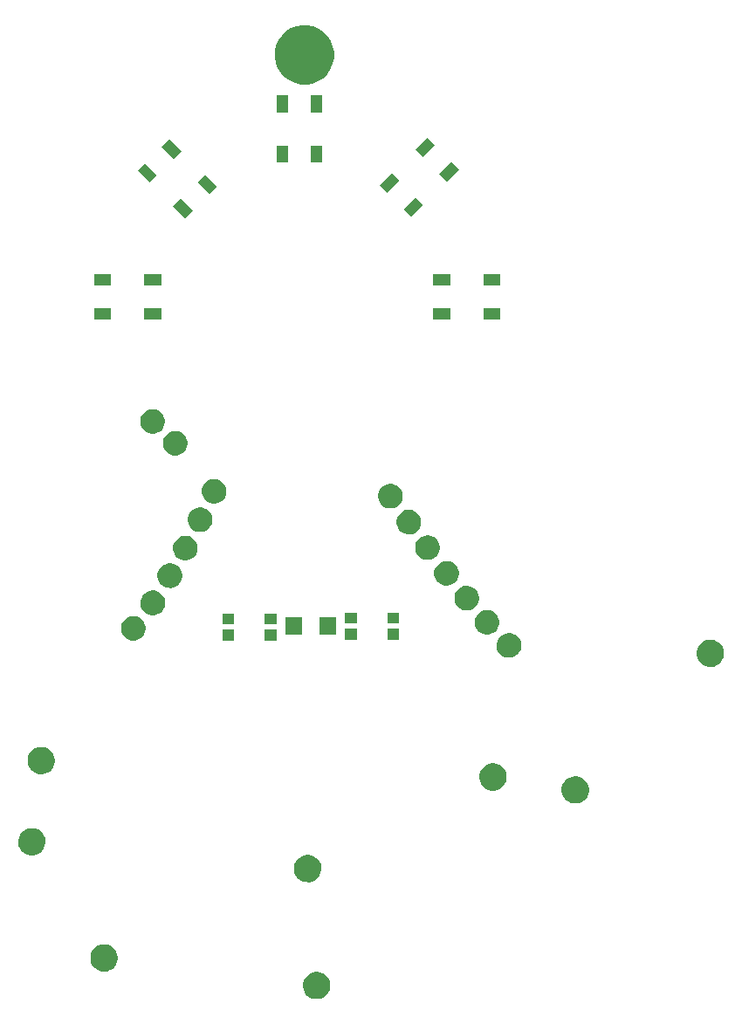
<source format=gts>
G04 #@! TF.GenerationSoftware,KiCad,Pcbnew,no-vcs-found-84f1c8e~59~ubuntu16.04.1*
G04 #@! TF.CreationDate,2017-08-12T11:45:17-06:00*
G04 #@! TF.ProjectId,001,3030312E6B696361645F706362000000,rev?*
G04 #@! TF.SameCoordinates,Original*
G04 #@! TF.FileFunction,Soldermask,Top*
G04 #@! TF.FilePolarity,Negative*
%FSLAX46Y46*%
G04 Gerber Fmt 4.6, Leading zero omitted, Abs format (unit mm)*
G04 Created by KiCad (PCBNEW no-vcs-found-84f1c8e~59~ubuntu16.04.1) date Sat Aug 12 11:45:17 2017*
%MOMM*%
%LPD*%
G01*
G04 APERTURE LIST*
%ADD10C,0.100000*%
G04 APERTURE END LIST*
D10*
G36*
X131837300Y-135217681D02*
X132092062Y-135269977D01*
X132331829Y-135370765D01*
X132547445Y-135516200D01*
X132730707Y-135700745D01*
X132874632Y-135917372D01*
X132973742Y-136157828D01*
X133024189Y-136412610D01*
X133024189Y-136412615D01*
X133024257Y-136412959D01*
X133020109Y-136710021D01*
X133020032Y-136710359D01*
X133020032Y-136710368D01*
X132962490Y-136963643D01*
X132856707Y-137201235D01*
X132706786Y-137413760D01*
X132518442Y-137593118D01*
X132298847Y-137732478D01*
X132056367Y-137826529D01*
X131800239Y-137871692D01*
X131540213Y-137866245D01*
X131286197Y-137810396D01*
X131047867Y-137706272D01*
X130834304Y-137557842D01*
X130653636Y-137370755D01*
X130512747Y-137152138D01*
X130417003Y-136910315D01*
X130370055Y-136654513D01*
X130373685Y-136394456D01*
X130427760Y-136140055D01*
X130530216Y-135901006D01*
X130677155Y-135686409D01*
X130862974Y-135504440D01*
X131080603Y-135362028D01*
X131321748Y-135264599D01*
X131577219Y-135215866D01*
X131837300Y-135217681D01*
X131837300Y-135217681D01*
G37*
G36*
X111223300Y-132555681D02*
X111478062Y-132607977D01*
X111717829Y-132708765D01*
X111933445Y-132854200D01*
X112116707Y-133038745D01*
X112260632Y-133255372D01*
X112359742Y-133495828D01*
X112410189Y-133750610D01*
X112410189Y-133750615D01*
X112410257Y-133750959D01*
X112406109Y-134048021D01*
X112406032Y-134048359D01*
X112406032Y-134048368D01*
X112348490Y-134301643D01*
X112242707Y-134539235D01*
X112092786Y-134751760D01*
X111904442Y-134931118D01*
X111684847Y-135070478D01*
X111442367Y-135164529D01*
X111186239Y-135209692D01*
X110926213Y-135204245D01*
X110672197Y-135148396D01*
X110433867Y-135044272D01*
X110220304Y-134895842D01*
X110039636Y-134708755D01*
X109898747Y-134490138D01*
X109803003Y-134248315D01*
X109756055Y-133992513D01*
X109759685Y-133732456D01*
X109813760Y-133478055D01*
X109916216Y-133239006D01*
X110063155Y-133024409D01*
X110248974Y-132842440D01*
X110466603Y-132700028D01*
X110707748Y-132602599D01*
X110963219Y-132553866D01*
X111223300Y-132555681D01*
X111223300Y-132555681D01*
G37*
G36*
X130969300Y-123878681D02*
X131224062Y-123930977D01*
X131463829Y-124031765D01*
X131679445Y-124177200D01*
X131862707Y-124361745D01*
X132006632Y-124578372D01*
X132105742Y-124818828D01*
X132156189Y-125073610D01*
X132156189Y-125073615D01*
X132156257Y-125073959D01*
X132152109Y-125371021D01*
X132152032Y-125371359D01*
X132152032Y-125371368D01*
X132094490Y-125624643D01*
X131988707Y-125862235D01*
X131838786Y-126074760D01*
X131650442Y-126254118D01*
X131430847Y-126393478D01*
X131188367Y-126487529D01*
X130932239Y-126532692D01*
X130672213Y-126527245D01*
X130418197Y-126471396D01*
X130179867Y-126367272D01*
X129966304Y-126218842D01*
X129785636Y-126031755D01*
X129644747Y-125813138D01*
X129549003Y-125571315D01*
X129502055Y-125315513D01*
X129505685Y-125055456D01*
X129559760Y-124801055D01*
X129662216Y-124562006D01*
X129809155Y-124347409D01*
X129994974Y-124165440D01*
X130212603Y-124023028D01*
X130453748Y-123925599D01*
X130709219Y-123876866D01*
X130969300Y-123878681D01*
X130969300Y-123878681D01*
G37*
G36*
X104222300Y-121293681D02*
X104477062Y-121345977D01*
X104716829Y-121446765D01*
X104932445Y-121592200D01*
X105115707Y-121776745D01*
X105259632Y-121993372D01*
X105358742Y-122233828D01*
X105409189Y-122488610D01*
X105409189Y-122488615D01*
X105409257Y-122488959D01*
X105405109Y-122786021D01*
X105405032Y-122786359D01*
X105405032Y-122786368D01*
X105347490Y-123039643D01*
X105241707Y-123277235D01*
X105091786Y-123489760D01*
X104903442Y-123669118D01*
X104683847Y-123808478D01*
X104441367Y-123902529D01*
X104185239Y-123947692D01*
X103925213Y-123942245D01*
X103671197Y-123886396D01*
X103432867Y-123782272D01*
X103219304Y-123633842D01*
X103038636Y-123446755D01*
X102897747Y-123228138D01*
X102802003Y-122986315D01*
X102755055Y-122730513D01*
X102758685Y-122470456D01*
X102812760Y-122216055D01*
X102915216Y-121977006D01*
X103062155Y-121762409D01*
X103247974Y-121580440D01*
X103465603Y-121438028D01*
X103706748Y-121340599D01*
X103962219Y-121291866D01*
X104222300Y-121293681D01*
X104222300Y-121293681D01*
G37*
G36*
X156922300Y-116248681D02*
X157177062Y-116300977D01*
X157416829Y-116401765D01*
X157632445Y-116547200D01*
X157815707Y-116731745D01*
X157959632Y-116948372D01*
X158058742Y-117188828D01*
X158109189Y-117443610D01*
X158109189Y-117443615D01*
X158109257Y-117443959D01*
X158105109Y-117741021D01*
X158105032Y-117741359D01*
X158105032Y-117741368D01*
X158047490Y-117994643D01*
X157941707Y-118232235D01*
X157791786Y-118444760D01*
X157603442Y-118624118D01*
X157383847Y-118763478D01*
X157141367Y-118857529D01*
X156885239Y-118902692D01*
X156625213Y-118897245D01*
X156371197Y-118841396D01*
X156132867Y-118737272D01*
X155919304Y-118588842D01*
X155738636Y-118401755D01*
X155597747Y-118183138D01*
X155502003Y-117941315D01*
X155455055Y-117685513D01*
X155458685Y-117425456D01*
X155512760Y-117171055D01*
X155615216Y-116932006D01*
X155762155Y-116717409D01*
X155947974Y-116535440D01*
X156165603Y-116393028D01*
X156406748Y-116295599D01*
X156662219Y-116246866D01*
X156922300Y-116248681D01*
X156922300Y-116248681D01*
G37*
G36*
X148942300Y-115004681D02*
X149197062Y-115056977D01*
X149436829Y-115157765D01*
X149652445Y-115303200D01*
X149835707Y-115487745D01*
X149979632Y-115704372D01*
X150078742Y-115944828D01*
X150129189Y-116199610D01*
X150129189Y-116199615D01*
X150129257Y-116199959D01*
X150125109Y-116497021D01*
X150125032Y-116497359D01*
X150125032Y-116497368D01*
X150067490Y-116750643D01*
X149961707Y-116988235D01*
X149811786Y-117200760D01*
X149623442Y-117380118D01*
X149403847Y-117519478D01*
X149161367Y-117613529D01*
X148905239Y-117658692D01*
X148645213Y-117653245D01*
X148391197Y-117597396D01*
X148152867Y-117493272D01*
X147939304Y-117344842D01*
X147758636Y-117157755D01*
X147617747Y-116939138D01*
X147522003Y-116697315D01*
X147475055Y-116441513D01*
X147478685Y-116181456D01*
X147532760Y-115927055D01*
X147635216Y-115688006D01*
X147782155Y-115473409D01*
X147967974Y-115291440D01*
X148185603Y-115149028D01*
X148426748Y-115051599D01*
X148682219Y-115002866D01*
X148942300Y-115004681D01*
X148942300Y-115004681D01*
G37*
G36*
X105127300Y-113414681D02*
X105382062Y-113466977D01*
X105621829Y-113567765D01*
X105837445Y-113713200D01*
X106020707Y-113897745D01*
X106164632Y-114114372D01*
X106263742Y-114354828D01*
X106314189Y-114609610D01*
X106314189Y-114609615D01*
X106314257Y-114609959D01*
X106310109Y-114907021D01*
X106310032Y-114907359D01*
X106310032Y-114907368D01*
X106252490Y-115160643D01*
X106146707Y-115398235D01*
X105996786Y-115610760D01*
X105808442Y-115790118D01*
X105588847Y-115929478D01*
X105346367Y-116023529D01*
X105090239Y-116068692D01*
X104830213Y-116063245D01*
X104576197Y-116007396D01*
X104337867Y-115903272D01*
X104124304Y-115754842D01*
X103943636Y-115567755D01*
X103802747Y-115349138D01*
X103707003Y-115107315D01*
X103660055Y-114851513D01*
X103663685Y-114591456D01*
X103717760Y-114337055D01*
X103820216Y-114098006D01*
X103967155Y-113883409D01*
X104152974Y-113701440D01*
X104370603Y-113559028D01*
X104611748Y-113461599D01*
X104867219Y-113412866D01*
X105127300Y-113414681D01*
X105127300Y-113414681D01*
G37*
G36*
X170026300Y-103007681D02*
X170281062Y-103059977D01*
X170520829Y-103160765D01*
X170736445Y-103306200D01*
X170919707Y-103490745D01*
X171063632Y-103707372D01*
X171162742Y-103947828D01*
X171213189Y-104202610D01*
X171213189Y-104202615D01*
X171213257Y-104202959D01*
X171209109Y-104500021D01*
X171209032Y-104500359D01*
X171209032Y-104500368D01*
X171151490Y-104753643D01*
X171045707Y-104991235D01*
X170895786Y-105203760D01*
X170707442Y-105383118D01*
X170487847Y-105522478D01*
X170245367Y-105616529D01*
X169989239Y-105661692D01*
X169729213Y-105656245D01*
X169475197Y-105600396D01*
X169236867Y-105496272D01*
X169023304Y-105347842D01*
X168842636Y-105160755D01*
X168701747Y-104942138D01*
X168606003Y-104700315D01*
X168559055Y-104444513D01*
X168562685Y-104184456D01*
X168616760Y-103930055D01*
X168719216Y-103691006D01*
X168866155Y-103476409D01*
X169051974Y-103294440D01*
X169269603Y-103152028D01*
X169510748Y-103054599D01*
X169766219Y-103005866D01*
X170026300Y-103007681D01*
X170026300Y-103007681D01*
G37*
G36*
X150483394Y-102372993D02*
X150712721Y-102420068D01*
X150928551Y-102510794D01*
X151122638Y-102641708D01*
X151287610Y-102807834D01*
X151417164Y-103002831D01*
X151506379Y-103219281D01*
X151551783Y-103448593D01*
X151551783Y-103448598D01*
X151551851Y-103448942D01*
X151548117Y-103716347D01*
X151548040Y-103716685D01*
X151548040Y-103716693D01*
X151496250Y-103944649D01*
X151401028Y-104158521D01*
X151266075Y-104349829D01*
X151096534Y-104511281D01*
X150898863Y-104636726D01*
X150680588Y-104721389D01*
X150450033Y-104762043D01*
X150215965Y-104757140D01*
X149987309Y-104706866D01*
X149772772Y-104613138D01*
X149580534Y-104479529D01*
X149417898Y-104311114D01*
X149291076Y-104114325D01*
X149204890Y-103896644D01*
X149162629Y-103666380D01*
X149165897Y-103432286D01*
X149214574Y-103203283D01*
X149306801Y-102988099D01*
X149439070Y-102794926D01*
X149606338Y-102631124D01*
X149802241Y-102502929D01*
X150019311Y-102415227D01*
X150249277Y-102371359D01*
X150483394Y-102372993D01*
X150483394Y-102372993D01*
G37*
G36*
X127822200Y-103107200D02*
X126669800Y-103107200D01*
X126669800Y-102054800D01*
X127822200Y-102054800D01*
X127822200Y-103107200D01*
X127822200Y-103107200D01*
G37*
G36*
X123722200Y-103107200D02*
X122569800Y-103107200D01*
X122569800Y-102054800D01*
X123722200Y-102054800D01*
X123722200Y-103107200D01*
X123722200Y-103107200D01*
G37*
G36*
X114048394Y-100708993D02*
X114277721Y-100756068D01*
X114493551Y-100846794D01*
X114687638Y-100977708D01*
X114852610Y-101143834D01*
X114982164Y-101338831D01*
X115071379Y-101555281D01*
X115116783Y-101784593D01*
X115116783Y-101784598D01*
X115116851Y-101784942D01*
X115113117Y-102052347D01*
X115113040Y-102052685D01*
X115113040Y-102052693D01*
X115061250Y-102280649D01*
X114966028Y-102494521D01*
X114831075Y-102685829D01*
X114661534Y-102847281D01*
X114463863Y-102972726D01*
X114245588Y-103057389D01*
X114015033Y-103098043D01*
X113780965Y-103093140D01*
X113552309Y-103042866D01*
X113337772Y-102949138D01*
X113145534Y-102815529D01*
X112982898Y-102647114D01*
X112856076Y-102450325D01*
X112769890Y-102232644D01*
X112727629Y-102002380D01*
X112730897Y-101768286D01*
X112779574Y-101539283D01*
X112871801Y-101324099D01*
X113004070Y-101130926D01*
X113171338Y-100967124D01*
X113367241Y-100838929D01*
X113584311Y-100751227D01*
X113814277Y-100707359D01*
X114048394Y-100708993D01*
X114048394Y-100708993D01*
G37*
G36*
X135620160Y-103020180D02*
X134467760Y-103020180D01*
X134467760Y-101967780D01*
X135620160Y-101967780D01*
X135620160Y-103020180D01*
X135620160Y-103020180D01*
G37*
G36*
X139720160Y-103020180D02*
X138567760Y-103020180D01*
X138567760Y-101967780D01*
X139720160Y-101967780D01*
X139720160Y-103020180D01*
X139720160Y-103020180D01*
G37*
G36*
X148353394Y-100132993D02*
X148582721Y-100180068D01*
X148798551Y-100270794D01*
X148992638Y-100401708D01*
X149157610Y-100567834D01*
X149287164Y-100762831D01*
X149376379Y-100979281D01*
X149421783Y-101208593D01*
X149421783Y-101208598D01*
X149421851Y-101208942D01*
X149418117Y-101476347D01*
X149418040Y-101476685D01*
X149418040Y-101476693D01*
X149366250Y-101704649D01*
X149271028Y-101918521D01*
X149136075Y-102109829D01*
X148966534Y-102271281D01*
X148768863Y-102396726D01*
X148550588Y-102481389D01*
X148320033Y-102522043D01*
X148085965Y-102517140D01*
X147857309Y-102466866D01*
X147642772Y-102373138D01*
X147450534Y-102239529D01*
X147287898Y-102071114D01*
X147161076Y-101874325D01*
X147074890Y-101656644D01*
X147032629Y-101426380D01*
X147035897Y-101192286D01*
X147084574Y-100963283D01*
X147176801Y-100748099D01*
X147309070Y-100554926D01*
X147476338Y-100391124D01*
X147672241Y-100262929D01*
X147889311Y-100175227D01*
X148119277Y-100131359D01*
X148353394Y-100132993D01*
X148353394Y-100132993D01*
G37*
G36*
X130306240Y-102497320D02*
X128653840Y-102497320D01*
X128653840Y-100844920D01*
X130306240Y-100844920D01*
X130306240Y-102497320D01*
X130306240Y-102497320D01*
G37*
G36*
X133606240Y-102497320D02*
X131953840Y-102497320D01*
X131953840Y-100844920D01*
X133606240Y-100844920D01*
X133606240Y-102497320D01*
X133606240Y-102497320D01*
G37*
G36*
X123722200Y-101507200D02*
X122569800Y-101507200D01*
X122569800Y-100454800D01*
X123722200Y-100454800D01*
X123722200Y-101507200D01*
X123722200Y-101507200D01*
G37*
G36*
X127822200Y-101507200D02*
X126669800Y-101507200D01*
X126669800Y-100454800D01*
X127822200Y-100454800D01*
X127822200Y-101507200D01*
X127822200Y-101507200D01*
G37*
G36*
X135620160Y-101420180D02*
X134467760Y-101420180D01*
X134467760Y-100367780D01*
X135620160Y-100367780D01*
X135620160Y-101420180D01*
X135620160Y-101420180D01*
G37*
G36*
X139720160Y-101420180D02*
X138567760Y-101420180D01*
X138567760Y-100367780D01*
X139720160Y-100367780D01*
X139720160Y-101420180D01*
X139720160Y-101420180D01*
G37*
G36*
X115938394Y-98245693D02*
X116167721Y-98292768D01*
X116383551Y-98383494D01*
X116577638Y-98514408D01*
X116742610Y-98680534D01*
X116872164Y-98875531D01*
X116961379Y-99091981D01*
X117006783Y-99321293D01*
X117006783Y-99321298D01*
X117006851Y-99321642D01*
X117003117Y-99589047D01*
X117003040Y-99589385D01*
X117003040Y-99589393D01*
X116951250Y-99817349D01*
X116856028Y-100031221D01*
X116721075Y-100222529D01*
X116551534Y-100383981D01*
X116353863Y-100509426D01*
X116135588Y-100594089D01*
X115905033Y-100634743D01*
X115670965Y-100629840D01*
X115442309Y-100579566D01*
X115227772Y-100485838D01*
X115035534Y-100352229D01*
X114872898Y-100183814D01*
X114746076Y-99987025D01*
X114659890Y-99769344D01*
X114617629Y-99539080D01*
X114620897Y-99304986D01*
X114669574Y-99075983D01*
X114761801Y-98860799D01*
X114894070Y-98667626D01*
X115061338Y-98503824D01*
X115257241Y-98375629D01*
X115474311Y-98287927D01*
X115704277Y-98244059D01*
X115938394Y-98245693D01*
X115938394Y-98245693D01*
G37*
G36*
X146383394Y-97783193D02*
X146612721Y-97830268D01*
X146828551Y-97920994D01*
X147022638Y-98051908D01*
X147187610Y-98218034D01*
X147317164Y-98413031D01*
X147406379Y-98629481D01*
X147451783Y-98858793D01*
X147451783Y-98858798D01*
X147451851Y-98859142D01*
X147448117Y-99126547D01*
X147448040Y-99126885D01*
X147448040Y-99126893D01*
X147396250Y-99354849D01*
X147301028Y-99568721D01*
X147166075Y-99760029D01*
X146996534Y-99921481D01*
X146798863Y-100046926D01*
X146580588Y-100131589D01*
X146350033Y-100172243D01*
X146115965Y-100167340D01*
X145887309Y-100117066D01*
X145672772Y-100023338D01*
X145480534Y-99889729D01*
X145317898Y-99721314D01*
X145191076Y-99524525D01*
X145104890Y-99306844D01*
X145062629Y-99076580D01*
X145065897Y-98842486D01*
X145114574Y-98613483D01*
X145206801Y-98398299D01*
X145339070Y-98205126D01*
X145506338Y-98041324D01*
X145702241Y-97913129D01*
X145919311Y-97825427D01*
X146149277Y-97781559D01*
X146383394Y-97783193D01*
X146383394Y-97783193D01*
G37*
G36*
X117589394Y-95609193D02*
X117818721Y-95656268D01*
X118034551Y-95746994D01*
X118228638Y-95877908D01*
X118393610Y-96044034D01*
X118523164Y-96239031D01*
X118612379Y-96455481D01*
X118657783Y-96684793D01*
X118657783Y-96684798D01*
X118657851Y-96685142D01*
X118654117Y-96952547D01*
X118654040Y-96952885D01*
X118654040Y-96952893D01*
X118602250Y-97180849D01*
X118507028Y-97394721D01*
X118372075Y-97586029D01*
X118202534Y-97747481D01*
X118004863Y-97872926D01*
X117786588Y-97957589D01*
X117556033Y-97998243D01*
X117321965Y-97993340D01*
X117093309Y-97943066D01*
X116878772Y-97849338D01*
X116686534Y-97715729D01*
X116523898Y-97547314D01*
X116397076Y-97350525D01*
X116310890Y-97132844D01*
X116268629Y-96902580D01*
X116271897Y-96668486D01*
X116320574Y-96439483D01*
X116412801Y-96224299D01*
X116545070Y-96031126D01*
X116712338Y-95867324D01*
X116908241Y-95739129D01*
X117125311Y-95651427D01*
X117355277Y-95607559D01*
X117589394Y-95609193D01*
X117589394Y-95609193D01*
G37*
G36*
X144429394Y-95377993D02*
X144658721Y-95425068D01*
X144874551Y-95515794D01*
X145068638Y-95646708D01*
X145233610Y-95812834D01*
X145363164Y-96007831D01*
X145452379Y-96224281D01*
X145497783Y-96453593D01*
X145497783Y-96453598D01*
X145497851Y-96453942D01*
X145494117Y-96721347D01*
X145494040Y-96721685D01*
X145494040Y-96721693D01*
X145442250Y-96949649D01*
X145347028Y-97163521D01*
X145212075Y-97354829D01*
X145042534Y-97516281D01*
X144844863Y-97641726D01*
X144626588Y-97726389D01*
X144396033Y-97767043D01*
X144161965Y-97762140D01*
X143933309Y-97711866D01*
X143718772Y-97618138D01*
X143526534Y-97484529D01*
X143363898Y-97316114D01*
X143237076Y-97119325D01*
X143150890Y-96901644D01*
X143108629Y-96671380D01*
X143111897Y-96437286D01*
X143160574Y-96208283D01*
X143252801Y-95993099D01*
X143385070Y-95799926D01*
X143552338Y-95636124D01*
X143748241Y-95507929D01*
X143965311Y-95420227D01*
X144195277Y-95376359D01*
X144429394Y-95377993D01*
X144429394Y-95377993D01*
G37*
G36*
X119098394Y-92926893D02*
X119327721Y-92973968D01*
X119543551Y-93064694D01*
X119737638Y-93195608D01*
X119902610Y-93361734D01*
X120032164Y-93556731D01*
X120121379Y-93773181D01*
X120166783Y-94002493D01*
X120166783Y-94002498D01*
X120166851Y-94002842D01*
X120163117Y-94270247D01*
X120163040Y-94270585D01*
X120163040Y-94270593D01*
X120111250Y-94498549D01*
X120016028Y-94712421D01*
X119881075Y-94903729D01*
X119711534Y-95065181D01*
X119513863Y-95190626D01*
X119295588Y-95275289D01*
X119065033Y-95315943D01*
X118830965Y-95311040D01*
X118602309Y-95260766D01*
X118387772Y-95167038D01*
X118195534Y-95033429D01*
X118032898Y-94865014D01*
X117906076Y-94668225D01*
X117819890Y-94450544D01*
X117777629Y-94220280D01*
X117780897Y-93986186D01*
X117829574Y-93757183D01*
X117921801Y-93541999D01*
X118054070Y-93348826D01*
X118221338Y-93185024D01*
X118417241Y-93056829D01*
X118634311Y-92969127D01*
X118864277Y-92925259D01*
X119098394Y-92926893D01*
X119098394Y-92926893D01*
G37*
G36*
X142595394Y-92891393D02*
X142824721Y-92938468D01*
X143040551Y-93029194D01*
X143234638Y-93160108D01*
X143399610Y-93326234D01*
X143529164Y-93521231D01*
X143618379Y-93737681D01*
X143663783Y-93966993D01*
X143663783Y-93966998D01*
X143663851Y-93967342D01*
X143660117Y-94234747D01*
X143660040Y-94235085D01*
X143660040Y-94235093D01*
X143608250Y-94463049D01*
X143513028Y-94676921D01*
X143378075Y-94868229D01*
X143208534Y-95029681D01*
X143010863Y-95155126D01*
X142792588Y-95239789D01*
X142562033Y-95280443D01*
X142327965Y-95275540D01*
X142099309Y-95225266D01*
X141884772Y-95131538D01*
X141692534Y-94997929D01*
X141529898Y-94829514D01*
X141403076Y-94632725D01*
X141316890Y-94415044D01*
X141274629Y-94184780D01*
X141277897Y-93950686D01*
X141326574Y-93721683D01*
X141418801Y-93506499D01*
X141551070Y-93313326D01*
X141718338Y-93149524D01*
X141914241Y-93021329D01*
X142131311Y-92933627D01*
X142361277Y-92889759D01*
X142595394Y-92891393D01*
X142595394Y-92891393D01*
G37*
G36*
X140772394Y-90407193D02*
X141001721Y-90454268D01*
X141217551Y-90544994D01*
X141411638Y-90675908D01*
X141576610Y-90842034D01*
X141706164Y-91037031D01*
X141795379Y-91253481D01*
X141840783Y-91482793D01*
X141840783Y-91482798D01*
X141840851Y-91483142D01*
X141837117Y-91750547D01*
X141837040Y-91750885D01*
X141837040Y-91750893D01*
X141785250Y-91978849D01*
X141690028Y-92192721D01*
X141555075Y-92384029D01*
X141385534Y-92545481D01*
X141187863Y-92670926D01*
X140969588Y-92755589D01*
X140739033Y-92796243D01*
X140504965Y-92791340D01*
X140276309Y-92741066D01*
X140061772Y-92647338D01*
X139869534Y-92513729D01*
X139706898Y-92345314D01*
X139580076Y-92148525D01*
X139493890Y-91930844D01*
X139451629Y-91700580D01*
X139454897Y-91466486D01*
X139503574Y-91237483D01*
X139595801Y-91022299D01*
X139728070Y-90829126D01*
X139895338Y-90665324D01*
X140091241Y-90537129D01*
X140308311Y-90449427D01*
X140538277Y-90405559D01*
X140772394Y-90407193D01*
X140772394Y-90407193D01*
G37*
G36*
X120515394Y-90178593D02*
X120744721Y-90225668D01*
X120960551Y-90316394D01*
X121154638Y-90447308D01*
X121319610Y-90613434D01*
X121449164Y-90808431D01*
X121538379Y-91024881D01*
X121583783Y-91254193D01*
X121583783Y-91254198D01*
X121583851Y-91254542D01*
X121580117Y-91521947D01*
X121580040Y-91522285D01*
X121580040Y-91522293D01*
X121528250Y-91750249D01*
X121433028Y-91964121D01*
X121298075Y-92155429D01*
X121128534Y-92316881D01*
X120930863Y-92442326D01*
X120712588Y-92526989D01*
X120482033Y-92567643D01*
X120247965Y-92562740D01*
X120019309Y-92512466D01*
X119804772Y-92418738D01*
X119612534Y-92285129D01*
X119449898Y-92116714D01*
X119323076Y-91919925D01*
X119236890Y-91702244D01*
X119194629Y-91471980D01*
X119197897Y-91237886D01*
X119246574Y-91008883D01*
X119338801Y-90793699D01*
X119471070Y-90600526D01*
X119638338Y-90436724D01*
X119834241Y-90308529D01*
X120051311Y-90220827D01*
X120281277Y-90176959D01*
X120515394Y-90178593D01*
X120515394Y-90178593D01*
G37*
G36*
X138984394Y-87892593D02*
X139213721Y-87939668D01*
X139429551Y-88030394D01*
X139623638Y-88161308D01*
X139788610Y-88327434D01*
X139918164Y-88522431D01*
X140007379Y-88738881D01*
X140052783Y-88968193D01*
X140052783Y-88968198D01*
X140052851Y-88968542D01*
X140049117Y-89235947D01*
X140049040Y-89236285D01*
X140049040Y-89236293D01*
X139997250Y-89464249D01*
X139902028Y-89678121D01*
X139767075Y-89869429D01*
X139597534Y-90030881D01*
X139399863Y-90156326D01*
X139181588Y-90240989D01*
X138951033Y-90281643D01*
X138716965Y-90276740D01*
X138488309Y-90226466D01*
X138273772Y-90132738D01*
X138081534Y-89999129D01*
X137918898Y-89830714D01*
X137792076Y-89633925D01*
X137705890Y-89416244D01*
X137663629Y-89185980D01*
X137666897Y-88951886D01*
X137715574Y-88722883D01*
X137807801Y-88507699D01*
X137940070Y-88314526D01*
X138107338Y-88150724D01*
X138303241Y-88022529D01*
X138520311Y-87934827D01*
X138750277Y-87890959D01*
X138984394Y-87892593D01*
X138984394Y-87892593D01*
G37*
G36*
X121882394Y-87420193D02*
X122111721Y-87467268D01*
X122327551Y-87557994D01*
X122521638Y-87688908D01*
X122686610Y-87855034D01*
X122816164Y-88050031D01*
X122905379Y-88266481D01*
X122950783Y-88495793D01*
X122950783Y-88495798D01*
X122950851Y-88496142D01*
X122947117Y-88763547D01*
X122947040Y-88763885D01*
X122947040Y-88763893D01*
X122895250Y-88991849D01*
X122800028Y-89205721D01*
X122665075Y-89397029D01*
X122495534Y-89558481D01*
X122297863Y-89683926D01*
X122079588Y-89768589D01*
X121849033Y-89809243D01*
X121614965Y-89804340D01*
X121386309Y-89754066D01*
X121171772Y-89660338D01*
X120979534Y-89526729D01*
X120816898Y-89358314D01*
X120690076Y-89161525D01*
X120603890Y-88943844D01*
X120561629Y-88713580D01*
X120564897Y-88479486D01*
X120613574Y-88250483D01*
X120705801Y-88035299D01*
X120838070Y-87842126D01*
X121005338Y-87678324D01*
X121201241Y-87550129D01*
X121418311Y-87462427D01*
X121648277Y-87418559D01*
X121882394Y-87420193D01*
X121882394Y-87420193D01*
G37*
G36*
X118113394Y-82763193D02*
X118342721Y-82810268D01*
X118558551Y-82900994D01*
X118752638Y-83031908D01*
X118917610Y-83198034D01*
X119047164Y-83393031D01*
X119136379Y-83609481D01*
X119181783Y-83838793D01*
X119181783Y-83838798D01*
X119181851Y-83839142D01*
X119178117Y-84106547D01*
X119178040Y-84106885D01*
X119178040Y-84106893D01*
X119126250Y-84334849D01*
X119031028Y-84548721D01*
X118896075Y-84740029D01*
X118726534Y-84901481D01*
X118528863Y-85026926D01*
X118310588Y-85111589D01*
X118080033Y-85152243D01*
X117845965Y-85147340D01*
X117617309Y-85097066D01*
X117402772Y-85003338D01*
X117210534Y-84869729D01*
X117047898Y-84701314D01*
X116921076Y-84504525D01*
X116834890Y-84286844D01*
X116792629Y-84056580D01*
X116795897Y-83822486D01*
X116844574Y-83593483D01*
X116936801Y-83378299D01*
X117069070Y-83185126D01*
X117236338Y-83021324D01*
X117432241Y-82893129D01*
X117649311Y-82805427D01*
X117879277Y-82761559D01*
X118113394Y-82763193D01*
X118113394Y-82763193D01*
G37*
G36*
X115923394Y-80643193D02*
X116152721Y-80690268D01*
X116368551Y-80780994D01*
X116562638Y-80911908D01*
X116727610Y-81078034D01*
X116857164Y-81273031D01*
X116946379Y-81489481D01*
X116991783Y-81718793D01*
X116991783Y-81718798D01*
X116991851Y-81719142D01*
X116988117Y-81986547D01*
X116988040Y-81986885D01*
X116988040Y-81986893D01*
X116936250Y-82214849D01*
X116841028Y-82428721D01*
X116706075Y-82620029D01*
X116536534Y-82781481D01*
X116338863Y-82906926D01*
X116120588Y-82991589D01*
X115890033Y-83032243D01*
X115655965Y-83027340D01*
X115427309Y-82977066D01*
X115212772Y-82883338D01*
X115020534Y-82749729D01*
X114857898Y-82581314D01*
X114731076Y-82384525D01*
X114644890Y-82166844D01*
X114602629Y-81936580D01*
X114605897Y-81702486D01*
X114654574Y-81473483D01*
X114746801Y-81258299D01*
X114879070Y-81065126D01*
X115046338Y-80901324D01*
X115242241Y-80773129D01*
X115459311Y-80685427D01*
X115689277Y-80641559D01*
X115923394Y-80643193D01*
X115923394Y-80643193D01*
G37*
G36*
X111772100Y-71927900D02*
X110121100Y-71927900D01*
X110121100Y-70886500D01*
X111772100Y-70886500D01*
X111772100Y-71927900D01*
X111772100Y-71927900D01*
G37*
G36*
X116648900Y-71927900D02*
X114997900Y-71927900D01*
X114997900Y-70886500D01*
X116648900Y-70886500D01*
X116648900Y-71927900D01*
X116648900Y-71927900D01*
G37*
G36*
X144660100Y-71922900D02*
X143009100Y-71922900D01*
X143009100Y-70881500D01*
X144660100Y-70881500D01*
X144660100Y-71922900D01*
X144660100Y-71922900D01*
G37*
G36*
X149536900Y-71922900D02*
X147885900Y-71922900D01*
X147885900Y-70881500D01*
X149536900Y-70881500D01*
X149536900Y-71922900D01*
X149536900Y-71922900D01*
G37*
G36*
X111772100Y-68625900D02*
X110121100Y-68625900D01*
X110121100Y-67584500D01*
X111772100Y-67584500D01*
X111772100Y-68625900D01*
X111772100Y-68625900D01*
G37*
G36*
X116648900Y-68625900D02*
X114997900Y-68625900D01*
X114997900Y-67584500D01*
X116648900Y-67584500D01*
X116648900Y-68625900D01*
X116648900Y-68625900D01*
G37*
G36*
X149536900Y-68620900D02*
X147885900Y-68620900D01*
X147885900Y-67579500D01*
X149536900Y-67579500D01*
X149536900Y-68620900D01*
X149536900Y-68620900D01*
G37*
G36*
X144660100Y-68620900D02*
X143009100Y-68620900D01*
X143009100Y-67579500D01*
X144660100Y-67579500D01*
X144660100Y-68620900D01*
X144660100Y-68620900D01*
G37*
G36*
X119688683Y-61402968D02*
X118952302Y-62139349D01*
X117784869Y-60971916D01*
X118521250Y-60235535D01*
X119688683Y-61402968D01*
X119688683Y-61402968D01*
G37*
G36*
X142045131Y-60829616D02*
X140877698Y-61997049D01*
X140141317Y-61260668D01*
X141308750Y-60093235D01*
X142045131Y-60829616D01*
X142045131Y-60829616D01*
G37*
G36*
X122023549Y-59068102D02*
X121287168Y-59804483D01*
X120119735Y-58637050D01*
X120856116Y-57900669D01*
X122023549Y-59068102D01*
X122023549Y-59068102D01*
G37*
G36*
X139710265Y-58494750D02*
X138542832Y-59662183D01*
X137806451Y-58925802D01*
X138973884Y-57758369D01*
X139710265Y-58494750D01*
X139710265Y-58494750D01*
G37*
G36*
X116240265Y-57954550D02*
X115503884Y-58690931D01*
X114336451Y-57523498D01*
X115072832Y-56787117D01*
X116240265Y-57954550D01*
X116240265Y-57954550D01*
G37*
G36*
X145493549Y-57381198D02*
X144326116Y-58548631D01*
X143589735Y-57812250D01*
X144757168Y-56644817D01*
X145493549Y-57381198D01*
X145493549Y-57381198D01*
G37*
G36*
X128901700Y-56738700D02*
X127860300Y-56738700D01*
X127860300Y-55087700D01*
X128901700Y-55087700D01*
X128901700Y-56738700D01*
X128901700Y-56738700D01*
G37*
G36*
X132203700Y-56738700D02*
X131162300Y-56738700D01*
X131162300Y-55087700D01*
X132203700Y-55087700D01*
X132203700Y-56738700D01*
X132203700Y-56738700D01*
G37*
G36*
X118575131Y-55619684D02*
X117838750Y-56356065D01*
X116671317Y-55188632D01*
X117407698Y-54452251D01*
X118575131Y-55619684D01*
X118575131Y-55619684D01*
G37*
G36*
X143158683Y-55046332D02*
X141991250Y-56213765D01*
X141254869Y-55477384D01*
X142422302Y-54309951D01*
X143158683Y-55046332D01*
X143158683Y-55046332D01*
G37*
G36*
X132203700Y-51861900D02*
X131162300Y-51861900D01*
X131162300Y-50210900D01*
X132203700Y-50210900D01*
X132203700Y-51861900D01*
X132203700Y-51861900D01*
G37*
G36*
X128901700Y-51861900D02*
X127860300Y-51861900D01*
X127860300Y-50210900D01*
X128901700Y-50210900D01*
X128901700Y-51861900D01*
X128901700Y-51861900D01*
G37*
G36*
X130817463Y-43407053D02*
X131369988Y-43520471D01*
X131889973Y-43739052D01*
X132357593Y-44054466D01*
X132755043Y-44454700D01*
X133067183Y-44924510D01*
X133282127Y-45446001D01*
X133391616Y-45998965D01*
X133391616Y-45998970D01*
X133391684Y-45999314D01*
X133382688Y-46643568D01*
X133382611Y-46643906D01*
X133382611Y-46643914D01*
X133257724Y-47193606D01*
X133028305Y-47708890D01*
X132703166Y-48169803D01*
X132294695Y-48558785D01*
X131818450Y-48861019D01*
X131292568Y-49064995D01*
X130737089Y-49162942D01*
X130173159Y-49151128D01*
X129622263Y-49030006D01*
X129105385Y-48804188D01*
X128642218Y-48482278D01*
X128250394Y-48076533D01*
X127944841Y-47602408D01*
X127737198Y-47077960D01*
X127635377Y-46523181D01*
X127643252Y-45959183D01*
X127760526Y-45407454D01*
X127982728Y-44889015D01*
X128301400Y-44423607D01*
X128704399Y-44028961D01*
X129176380Y-43720106D01*
X129699361Y-43508807D01*
X130253419Y-43403116D01*
X130817463Y-43407053D01*
X130817463Y-43407053D01*
G37*
M02*

</source>
